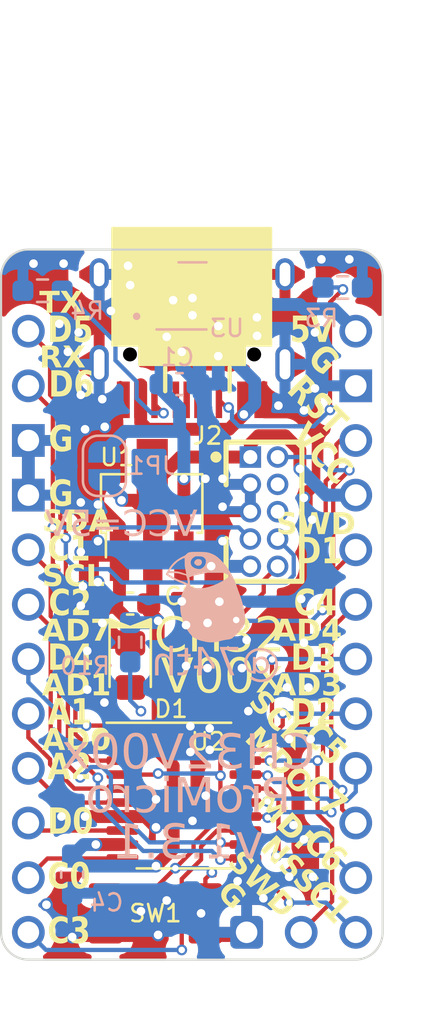
<source format=kicad_pcb>
(kicad_pcb (version 20241229) (generator "pcbnew") (generator_version "9.0")
  (title_block (rev "1.3.1"))
  (layers (0 "F.Cu" signal) (2 "B.Cu" signal) (13 "F.Paste" user) (15 "B.Paste" user) (5 "F.SilkS" user "F.Silkscreen") (7 "B.SilkS" user "B.Silkscreen") (1 "F.Mask" user) (3 "B.Mask" user) (25 "Edge.Cuts" user))
  (net 0 "")
  (net 1 "/RST")
  (net 2 "GND")
  (net 3 "+5V")
  (net 4 "Net-(D1-A)")
  (net 5 "Net-(J1-CC1)")
  (net 6 "Net-(J1-CC2)")
  (net 11 "/PC2")
  (net 12 "/PD6")
  (net 13 "/PD0")
  (net 14 "/PA1")
  (net 15 "/PC0")
  (net 16 "/PC3")
  (net 17 "/PC1")
  (net 18 "/PA2")
  (net 19 "/PD5")
  (net 20 "VCC")
  (net 21 "Net-(J1-VBUS)")
  (net 22 "/PD1")
  (net 25 "/PC5")
  (net 26 "/PC6")
  (net 27 "/PC7")
  (net 28 "/PD2")
  (net 29 "/PC4")
  (net 30 "/PD4")
  (net 31 "/PD3")
  (footprint "74th:Connector_USB-C-Receptacle_SMT_12-Pin_Simple" (layer "F.Cu") (at 106.68 63.5 180)
    (property "Reference" "J1" (hide yes))
    (property "Value" "USB2.0_C_v3")
  )
  (footprint "74th:PinOut_ProMicro-LIKE_LEFT" (layer "F.Cu") (at 99.06 80.01)
    (property "Reference" "J3" (hide yes))
    (property "Value" "ProMicro-LeftPin" (hide yes))
  )
  (footprint "74th:Package_TSSOP-20_4.4x6.5mm_P0.65mm" (layer "F.Cu") (at 106.3 87.625)
    (property "Reference" "U2")
    (property "Value" "CH32V003F4P6")
  )
  (footprint "74th:Connector_HalfPinHeader_SWD" (layer "F.Cu") (at 109.3925 71.89)
    (property "Reference" "J2")
    (property "Value" "SWD-MCU_Side-10Pin" (hide yes))
  )
  (footprint "74th:Capacitor_0603_1608" (layer "F.Cu") (at 103.9 78.7 180)
    (property "Reference" "C2")
    (property "Value" "10u" (hide yes))
  )
  (footprint "74th:LED_0805_2012" (layer "F.Cu") (at 103.8 81.575 -90)
    (property "Reference" "D1")
    (property "Value" "Blue" (hide yes))
  )
  (footprint "74th:PinOut_Pin_2_2GND" (layer "F.Cu") (at 111.76 93.98 180)
    (property "Reference" "J5" (hide yes))
    (property "Value" "SWD")
  )
  (footprint "74th:PinOut_ProMicro-LIKE_RIGHT" (layer "F.Cu") (at 114.3 81.28)
    (property "Reference" "J4" (hide yes))
    (property "Value" "ProMicro-RightPin" (hide yes))
  )
  (footprint "74th:Package_SOT-89-3" (layer "F.Cu") (at 104.8 74.05 90)
    (property "Reference" "U1")
    (property "Value" "AMS1117-3.3")
  )
  (footprint "74th:Switch_SKRPABE010" (layer "F.Cu") (at 104.975 93.1 180)
    (property "Reference" "SW1")
    (property "Value" "SW_Push" (hide yes))
  )
  (footprint "74th:Logo_74th_5mm" (layer "B.Cu") (at 107.434385 78.613075 180)
    (property "Reference" "G***" (hide yes))
    (property "Value" "LOGO" (hide yes))
  )
  (footprint "$74th:JLCJLCJLCJLC" (layer "B.Cu") (at 100.711 83.185 90)
    (property "Reference" "REF**" (hide yes))
    (property "Value" "JLCJLCJLCJLC" (hide yes))
  )
  (footprint "74th:Package_SOT-23" (layer "B.Cu") (at 106.7 64.4)
    (property "Reference" "U3")
    (property "Value" "CH213K")
  )
  (footprint "74th:Register_0603_1608" (layer "B.Cu") (at 99.7204 64.1604 180)
    (property "Reference" "R4")
    (property "Value" "5.1k" (hide yes))
  )
  (footprint "$74th:74th-text" (layer "B.Cu") (at 111.54 88.87 180)
    (property "Reference" "MISC-ACCOUNTTEXT" (hide yes))
    (property "Value" "74th-text" (hide yes))
  )
  (footprint "74th:Register_0603_1608" (layer "B.Cu") (at 113.6904 64.008)
    (property "Reference" "R3")
    (property "Value" "5.1k" (hide yes))
  )
  (footprint "74th:Register_0603_1608" (layer "B.Cu") (at 103.8 80.5 -90)
    (property "Reference" "R10")
    (property "Value" "10k" (hide yes))
  )
  (footprint "$74th:74th-text" (layer "B.Cu") (at 110.45 88.85 180)
    (property "Reference" "MISC-ACCOUNTTEXT" (hide yes))
    (property "Value" "74th-text" (hide yes))
  )
  (footprint "74th:Capacitor_0603_1608" (layer "B.Cu") (at 101.1 91.2 -90)
    (property "Reference" "C4")
    (property "Value" "100n" (hide yes))
  )
  (footprint "74th:Capacitor_0603_1608" (layer "B.Cu") (at 106 68.5)
    (property "Reference" "C1")
    (property "Value" "10u" (hide yes))
  )
  (footprint "74th:SolderJumper-2" (layer "B.Cu") (at 102.6 72.3 -90)
    (property "Reference" "JP1")
    (property "Value" "SolderJumper_2_Open")
  )
  (gr_line (start 114.281949 95.249999) (end 99.060001 95.249999) (stroke (width 0.1)) (layer "Edge.Cuts"))
  (gr_line (start 115.551949 63.518051) (end 115.551949 93.979999) (stroke (width 0.1)) (layer "Edge.Cuts"))
  (gr_line (start 99.060001 62.248051) (end 114.281949 62.248051) (stroke (width 0.1)) (layer "Edge.Cuts"))
  (gr_arc (start 114.281949 62.248051) (mid 115.179975 62.620025) (end 115.551949 63.518051) (stroke (width 0.1)) (layer "Edge.Cuts"))
  (gr_line (start 97.790001 93.979999) (end 97.790001 63.518051) (stroke (width 0.1)) (layer "Edge.Cuts"))
  (gr_arc (start 115.551949 93.979999) (mid 115.179975 94.878025) (end 114.281949 95.249999) (stroke (width 0.1)) (layer "Edge.Cuts"))
  (gr_arc (start 99.060001 95.249999) (mid 98.161975 94.878025) (end 97.790001 93.979999) (stroke (width 0.1)) (layer "Edge.Cuts"))
  (gr_arc (start 97.790001 63.518051) (mid 98.161975 62.620025) (end 99.060001 62.248051) (stroke (width 0.1)) (layer "Edge.Cuts"))
  (gr_text "D5" (at 99.949 66.04 0) (layer "F.SilkS") (effects (font (size 1.2 1) (thickness 0.125)) (justify left)))
  (gr_text "D4" (at 99.949 81.28 0) (layer "F.SilkS") (effects (font (size 1.2 1) (thickness 0.125)) (justify left)))
  (gr_text "C6" (at 113.538 90.932 315) (layer "F.SilkS") (effects (font (size 1.2 1) (thickness 0.125)) (justify right)))
  (gr_text "AD3" (at 113.665 82.55 0) (layer "F.SilkS") (effects (font (size 1 1) (thickness 0.125)) (justify right)))
  (gr_text "AD0" (at 99.695 85.09 0) (layer "F.SilkS") (effects (font (size 1 1) (thickness 0.125)) (justify left)))
  (gr_text "D0" (at 99.949 88.9 0) (layer "F.SilkS") (effects (font (size 1.2 1) (thickness 0.125)) (justify left)))
  (gr_text "C1" (at 113 92.6 315) (layer "F.SilkS") (effects (font (size 1.2 1) (thickness 0.125))))
  (gr_text "D2" (at 113.411 83.82 0) (layer "F.SilkS") (effects (font (size 1.2 1) (thickness 0.125)) (justify right)))
  (gr_text "SDA" (at 99.695 74.93 0) (layer "F.SilkS") (effects (font (size 1 1) (thickness 0.125)) (justify left)))
  (gr_text "SCL" (at 99.695 77.47 0) (layer "F.SilkS") (effects (font (size 1 1) (thickness 0.125)) (justify left)))
  (gr_text "RX" (at 99.568 67.31 0) (layer "F.SilkS") (effects (font (size 1 1) (thickness 0.125)) (justify left)))
  (gr_text "G" (at 100 71.12 0) (layer "F.SilkS") (effects (font (size 1.2 1) (thickness 0.125)) (justify left)))
  (gr_text "CH32" (at 107.95 80.264 0) (layer "F.SilkS") (effects (font (size 1.6 1.6) (thickness 0.125))))
  (gr_text "C1" (at 99.949 76.2 0) (layer "F.SilkS") (effects (font (size 1.2 1) (thickness 0.125)) (justify left)))
  (gr_text "A1" (at 99.949 83.82 0) (layer "F.SilkS") (effects (font (size 1.2 1) (thickness 0.125)) (justify left)))
  (gr_text "C0" (at 99.949 91.44 0) (layer "F.SilkS") (effects (font (size 1.2 1) (thickness 0.125)) (justify left)))
  (gr_text "NSS" (at 112.3 92 315) (layer "F.SilkS") (effects (font (size 1 1) (thickness 0.125)) (justify right)))
  (gr_text "D1" (at 113.665 76.327 0) (layer "F.SilkS") (effects (font (size 1.2 1) (thickness 0.125)) (justify right)))
  (gr_text "C7" (at 113.538 88.392 315) (layer "F.SilkS") (effects (font (size 1.2 1) (thickness 0.125)) (justify right)))
  (gr_text "5V" (at 113.284 66.04 0) (layer "F.SilkS") (effects (font (size 1.2 1) (thickness 0.125)) (justify right)))
  (gr_text "D6" (at 100 68.58 0) (layer "F.SilkS") (effects (font (size 1.2 1) (thickness 0.125)) (justify left)))
  (gr_text "AD1" (at 99.695 82.55 0) (layer "F.SilkS") (effects (font (size 1 1) (thickness 0.125)) (justify left)))
  (gr_text "C2" (at 100 78.74 0) (layer "F.SilkS") (effects (font (size 1.2 1) (thickness 0.125)) (justify left)))
  (gr_text "SCK" (at 111.76 85.217 315) (layer "F.SilkS") (effects (font (size 1 1) (thickness 0.125)) (justify right)))
  (gr_text "VCC" (at 113.792 72.898 315) (layer "F.SilkS") (effects (font (size 1.2 1) (thickness 0.125)) (justify right)))
  (gr_text "A2" (at 99.949 86.36 0) (layer "F.SilkS") (effects (font (size 1.2 1) (thickness 0.125)) (justify left)))
  (gr_text "TX" (at 99.568 64.77 0) (layer "F.SilkS") (effects (font (size 1 1) (thickness 0.125)) (justify left)))
  (gr_text "RST" (at 113.538 70.612 315) (layer "F.SilkS") (effects (font (size 1.2 1) (thickness 0.125)) (justify right)))
  (gr_text "C5" (at 113.538 85.979 315) (layer "F.SilkS") (effects (font (size 1.2 1) (thickness 0.125)) (justify right)))
  (gr_text "SWD" (at 111.2 93.1 315) (layer "F.SilkS") (effects (font (size 1 1) (thickness 0.125)) (justify right)))
  (gr_text "G" (at 113.157 67.818 315) (layer "F.SilkS") (effects (font (size 1.2 1) (thickness 0.125)) (justify right)))
  (gr_text "MDO" (at 112.014 87.376 315) (layer "F.SilkS") (effects (font (size 1 1) (thickness 0.125)) (justify right)))
  (gr_text "AD7" (at 99.695 80.01 0) (layer "F.SilkS") (effects (font (size 1 1) (thickness 0.125)) (justify left)))
  (gr_text "G" (at 100 73.66 0) (layer "F.SilkS") (effects (font (size 1.2 1) (thickness 0.125)) (justify left)))
  (gr_text "MDI" (at 112.014 89.916 315) (layer "F.SilkS") (effects (font (size 1 1) (thickness 0.125)) (justify right)))
  (gr_text "AD4" (at 113.665 80.01 0) (layer "F.SilkS") (effects (font (size 1 1) (thickness 0.125)) (justify right)))
  (gr_text "C3" (at 99.949 93.98 0) (layer "F.SilkS") (effects (font (size 1.2 1) (thickness 0.125)) (justify left)))
  (gr_text "G" (at 108.9 92.7 315) (layer "F.SilkS") (effects (font (size 1 1) (thickness 0.125)) (justify right)))
  (gr_text "C4" (at 113.411 78.74 0) (layer "F.SilkS") (effects (font (size 1.2 1) (thickness 0.125)) (justify right)))
  (gr_text "D3" (at 113.411 81.28 0) (layer "F.SilkS") (effects (font (size 1.2 1) (thickness 0.125)) (justify right)))
  (gr_text "V00x" (at 108.077 82.169 0) (layer "F.SilkS") (effects (font (size 1.6 1.6) (thickness 0.125))))
  (gr_text "SWD" (at 114.3 75.057 0) (layer "F.SilkS") (effects (font (size 1 1) (thickness 0.125)) (justify right)))
  (gr_text "CH32V00x" (at 106.5 85.7 0) (layer "B.SilkS") (effects (font (size 1.6 1.6) (thickness 0.125)) (justify mirror)))
  (gr_text "ProMicro" (at 106.5 87.732 0) (layer "B.SilkS") (effects (font (size 1.6 1.6) (thickness 0.125)) (justify mirror)))
  (gr_text "v${REVISION}" (at 106.501 89.886 0) (layer "B.SilkS") (effects (font (size 1.6 1.6) (thickness 0.125)) (justify mirror)))
  (gr_text "VCC=5V" (at 103.378 75.057 0) (layer "B.SilkS") (effects (font (size 1.2 1.2) (thickness 0.125)) (justify mirror)))
  (segment (start 113.4 72.507107) (end 113.4 71.3) (width 0.2) (layer "F.Cu") (net 1))
  (segment (start 112.9 73.007107) (end 113.4 72.507107) (width 0.2) (layer "F.Cu") (net 1))
  (segment (start 108 86.7) (end 108 88.597918) (width 0.2) (layer "F.Cu") (net 1))
  (segment (start 108 85.777818) (end 108 86.7) (width 0.2) (layer "F.Cu") (net 1))
  (segment (start 107.3 92.025) (end 107.3 91.5) (width 0.2) (layer "F.Cu") (net 1))
  (segment (start 113.58 71.12) (end 114.3 71.12) (width 0.2) (layer "F.Cu") (net 1))
  (segment (start 110.01625 77.61625) (end 110.6625 76.97) (width 0.2) (layer "F.Cu") (net 1))
  (segment (start 108.1 85.677818) (end 108 85.777818) (width 0.2) (layer "F.Cu") (net 1))
  (segment (start 102.65 92.025) (end 104.875 92.025) (width 0.2) (layer "F.Cu") (net 1))
  (segment (start 105.1 86.6) (end 105.05 86.65) (width 0.2) (layer "F.Cu") (net 1))
  (segment (start 107.725 91.325) (end 107.6 91.2) (width 0.2) (layer "F.Cu") (net 1))
  (segment (start 112.9 78.85) (end 112.9 73.007107) (width 0.2) (layer "F.Cu") (net 1))
  (segment (start 110.01625 78.18375) (end 110.01625 77.61625) (width 0.2) (layer "F.Cu") (net 1))
  (segment (start 107.3 91.5) (end 107.6 91.2) (width 0.2) (layer "F.Cu") (net 1))
  (segment (start 108 88.597918) (end 106.75 89.847918) (width 0.2) (layer "F.Cu") (net 1))
  (segment (start 106.75 90.15) (end 105.9 91) (width 0.2) (layer "F.Cu") (net 1))
  (segment (start 108.1 80.1) (end 108.1 85.677818) (width 0.2) (layer "F.Cu") (net 1))
  (segment (start 106.75 89.847918) (end 106.75 90.15) (width 0.2) (layer "F.Cu") (net 1))
  (segment (start 104.875 92.025) (end 105.9 91) (width 0.2) (layer "F.Cu") (net 1))
  (segment (start 105.05 86.65) (end 103.4375 86.65) (width 0.2) (layer "F.Cu") (net 1))
  (segment (start 112.75 79) (end 112.9 78.85) (width 0.2) (layer "F.Cu") (net 1))
  (segment (start 108.735919 79.464081) (end 108.1 80.1) (width 0.2) (layer "F.Cu") (net 1))
  (segment (start 108.735919 79.464081) (end 110.01625 78.18375) (width 0.2) (layer "F.Cu") (net 1))
  (segment (start 113.4 71.3) (end 113.58 71.12) (width 0.2) (layer "F.Cu") (net 1))
  (via (at 108.735919 79.464081) (size 0.5) (drill 0.3) (layers "F.Cu" "B.Cu") (net 1))
  (via (at 107.6 91.2) (size 0.5) (drill 0.3) (layers "F.Cu" "B.Cu") (net 1))
  (via (at 105.1 86.6) (size 0.5) (drill 0.3) (layers "F.Cu" "B.Cu") (net 1))
  (via (at 112.75 79) (size 0.5) (drill 0.3) (layers "F.Cu" "B.Cu") (net 1))
  (via (at 105.9 91) (size 0.5) (drill 0.3) (layers "F.Cu" "B.Cu") (net 1))
  (via (at 108 86.7) (size 0.5) (drill 0.3) (layers "F.Cu" "B.Cu") (net 1))
  (segment (start 112.248 79.502) (end 112.75 79) (width 0.2) (layer "B.Cu") (net 1))
  (segment (start 108.735919 79.464081) (end 108.773838 79.502) (width 0.2) (layer "B.Cu") (net 1))
  (segment (start 107.9 86.6) (end 105.1 86.6) (width 0.2) (layer "B.Cu") (net 1))
  (segment (start 108.773838 79.502) (end 112.248 79.502) (width 0.2) (layer "B.Cu") (net 1))
  (segment (start 105.9 91) (end 107.4 91) (width 0.2) (layer "B.Cu") (net 1))
  (segment (start 108 86.7) (end 107.9 86.6) (width 0.2) (layer "B.Cu") (net 1))
  (segment (start 107.4 91) (end 107.6 91.2) (width 0.2) (layer "B.Cu") (net 1))
  (segment (start 104.305588 88.6) (end 103.4375 88.6) (width 0.6) (layer "F.Cu") (net 2))
  (segment (start 102.5 79.6) (end 102.3 79.6) (width 0.6) (layer "F.Cu") (net 2))
  (segment (start 101.7 88.6) (end 100.6 88.6) (width 0.6) (layer "F.Cu") (net 2))
  (segment (start 103.8 80.25) (end 103.8 79.4625) (width 0.6) (layer "F.Cu") (net 2))
  (segment (start 103.55 80.5) (end 103.8 80.25) (width 0.6) (layer "F.Cu") (net 2))
  (segment (start 103.3 78.3375) (end 102.9375 78.7) (width 0.6) (layer "F.Cu") (net 2))
  (segment (start 103.4375 88.6) (end 104.5 88.6) (width 0.6) (layer "F.Cu") (net 2))
  (segment (start 103 76.5) (end 103.3 76.5) (width 0.6) (layer "F.Cu") (net 2))
  (segment (start 102.3 79.6) (end 101.5 78.8) (width 0.6) (layer "F.Cu") (net 2))
  (segment (start 103.3 76.5) (end 103.3 75.1) (width 0.6) (layer "F.Cu") (net 2))
  (segment (start 112.4 68.7) (end 112.4 66.1) (width 0.6) (layer "F.Cu") (net 2))
  (segment (start 102.5 83.2) (end 102.6 83.3) (width 0.6) (layer "F.Cu") (net 2))
  (segment (start 103.15 80.25) (end 102.5 79.6) (width 0.6) (layer "F.Cu") (net 2))
  (segment (start 111.887 73.787) (end 112.45 73.224) (width 0.4) (layer "F.Cu") (net 2))
  (segment (start 103.8 79.4625) (end 103.7 79.4625) (width 0.6) (layer "F.Cu") (net 2))
  (segment (start 100.9 68.4) (end 101.5 69) (width 0.6) (layer "F.Cu") (net 2))
  (segment (start 103.8 80.25) (end 103.15 80.25) (width 0.6) (layer "F.Cu") (net 2))
  (segment (start 100.9 67) (end 100.9 68.4) (width 0.6) (layer "F.Cu") (net 2))
  (segment (start 103.3 76.5) (end 103.3 78.3375) (width 0.6) (layer "F.Cu") (net 2))
  (segment (start 112.45 68.75) (end 112.4 68.7) (width 0.4) (layer "F.Cu") (net 2))
  (segment (start 112.45 73.224) (end 112.45 68.75) (width 0.4) (layer "F.Cu") (net 2))
  (segment (start 105 87.905588) (end 104.305588 88.6) (width 0.6) (layer "F.Cu") (net 2))
  (segment (start 103.3 75.1) (end 102.3 74.1) (width 0.6) (layer "F.Cu") (net 2))
  (segment (start 103.4375 88.6) (end 101.7 88.6) (width 0.6) (layer "F.Cu") (net 2))
  (segment (start 102.5 79.6) (end 102.5 83.2) (width 0.6) (layer "F.Cu") (net 2))
  (segment (start 102.5 79.1375) (end 102.9375 78.7) (width 0.6) (layer "F.Cu") (net 2))
  (segment (start 102.5 79.6) (end 102.5 79.1375) (width 0.6) (layer "F.Cu") (net 2))
  (segment (start 104.5 88.6) (end 105 89.1) (width 0.6) (layer "F.Cu") (net 2))
  (segment (start 103.7 79.4625) (end 102.9375 78.7) (width 0.6) (layer "F.Cu") (net 2))
  (via (at 108.8 91.6) (size 0.6) (drill 0.4) (layers "F.Cu" "B.Cu") (net 2))
  (via (at 112.2 85) (size 0.6) (drill 0.4) (layers "F.Cu" "B.Cu") (net 2))
  (via (at 102.3 74.1) (size 0.6) (drill 0.4) (layers "F.Cu" "B.Cu") (net 2))
  (via (at 107.5 85.5) (size 0.6) (drill 0.4) (layers "F.Cu" "B.Cu") (net 2))
  (via (at 106.7 65.3) (size 0.6) (drill 0.4) (layers "F.Cu" "B.Cu") (net 2))
  (via (at 100.9 67) (size 0.6) (drill 0.4) (layers "F.Cu" "B.Cu") (net 2))
  (via (at 109 81.7) (size 0.6) (drill 0.4) (layers "F.Cu" "B.Cu") (net 2))
  (via (at 109.3 83.7) (size 0.6) (drill 0.4) (layers "F.Cu" "B.Cu") (net 2))
  (via (at 109.22 80.391) (size 0.6) (drill 0.4) (layers "F.Cu" "B.Cu") (net 2))
  (via (at 106.4 81.6) (size 0.6) (drill 0.4) (layers "F.Cu" "B.Cu") (net 2))
  (via (at 101.1 94.2) (size 0.6) (drill 0.4) (layers "F.Cu" "B.Cu") (net 2))
  (via (at 105 89.1) (size 0.6) (drill 0.4) (layers "F.Cu" "B.Cu") (net 2))
  (via (at 105.5 66.3) (size 0.6) (drill 0.4) (layers "F.Cu" "B.Cu") (net 2))
  (via (at 107.569 76.962) (size 0.6) (drill 0.4) (layers "F.Cu" "B.Cu") (net 2))
  (via (at 111.887 69.723) (size 0.6) (drill 0.4) (layers "F.Cu" "B.Cu") (net 2))
  (via (at 110.7 69.5) (size 0.6) (drill 0.4) (layers "F.Cu" "B.Cu") (net 2))
  (via (at 102.3 77.7) (size 0.6) (drill 0.4) (layers "F.Cu" "B.Cu") (net 2))
  (via (at 105.1 94.1) (size 0.6) (drill 0.4) (layers "F.Cu" "B.Cu") (net 2))
  (via (at 101.5 78.8) (size 0.6) (drill 0.4) (layers "F.Cu" "B.Cu") (net 2))
  (via (at 108.1 75.8) (size 0.6) (drill 0.4) (layers "F.Cu" "B.Cu") (net 2))
  (via (at 105.5 92.5) (size 0.6) (drill 0.4) (layers "F.Cu" "B.Cu") (net 2))
  (via (at 106.2 78.6) (size 0.6) (drill 0.4) (layers "F.Cu" "B.Cu") (net 2))
  (via (at 102.5 79.6) (size 0.6) (drill 0.4) (layers "F.Cu" "B.Cu") (net 2))
  (via (at 101.5 74) (size 0.6) (drill 0.4) (layers "F.Cu" "B.Cu") (net 2))
  (via (at 101.8 80.9) (size 0.6) (drill 0.4) (layers "F.Cu" "B.Cu") (net 2))
  (via (at 112.7 62.7) (size 0.6) (drill 0.4) (layers "F.Cu" "B.Cu") (net 2))
  (via (at 111.4 89) (size 0.6) (drill 0.4) (layers "F.Cu" "B.Cu") (net 2))
  (via (at 102.616 70.485) (size 0.6) (drill 0.4) (layers "F.Cu" "B.Cu") (net 2))
  (via (at 111.887 89.662) (size 0.6) (drill 0.4) (layers "F.Cu" "B.Cu") (net 2))
  (via (at 101.7 88.6) (size 0.6) (drill 0.4) (layers "F.Cu" "B.Cu") (net 2))
  (via (at 99.9 92.7) (size 0.6) (drill 0.4) (layers "F.Cu" "B.Cu") (net 2))
  (via (at 103.7 63) (size 0.6) (drill 0.4) (layers "F.Cu" "B.Cu") (net 2))
  (via (at 111.2 91.4) (size 0.6) (drill 0.4) (layers "F.Cu" "B.Cu") (net 2))
  (via (at 106.4 79.7) (size 0.6) (drill 0.4) (layers "F.Cu" "B.Cu") (net 2))
  (via (at 100.7 62.9) (size 0.6) (drill 0.4) (layers "F.Cu" "B.Cu") (net 2))
  (via (at 107.4 81.7) (size 0.6) (drill 0.4) (layers "F.Cu" "B.Cu") (net 2))
  (via (at 101.5 76.3) (size 0.6) (drill 0.4) (layers "F.Cu" "B.Cu") (net 2))
  (via (at 112.1 82.6) (size 0.6) (drill 0.4) (layers "F.Cu" "B.Cu") (net 2))
  (via (at 101.6 77.9) (size 0.6) (drill 0.4) (layers "F.Cu" "B.Cu") (net 2))
  (via (at 105.8 64.6) (size 0.6) (drill 0.4) (layers "F.Cu" "B.Cu") (net 2))
  (via (at 99.3 62.9) (size 0.6) (drill 0.4) (layers "F.Cu" "B.Cu") (net 2))
  (via (at 107.3 72.9) (size 0.6) (drill 0.4) (layers "F.Cu" "B.Cu") (net 2))
  (via (at 104.3 93) (size 0.6) (drill 0.4) (layers "F.Cu" "B.Cu") (net 2))
  (via (at 111.887 73.787) (size 0.6) (drill 0.4) (layers "F.Cu" "B.Cu") (net 2))
  (via (at 101.5 69) (size 0.6) (drill 0.4) (layers "F.Cu" "B.Cu") (net 2))
  (via (at 105 87.8) (size 0.6) (drill 0.4) (layers "F.Cu" "B.Cu") (net 2))
  (via (at 100.6 88.6) (size 0.6) (drill 0.4) (layers "F.Cu" "B.Cu") (net 2))
  (via (at 106.7 64.5) (size 0.6) (drill 0.4) (layers "F.Cu" "B.Cu") (net 2))
  (via (at 101.4 66.1) (size 0.6) (drill 0.4) (layers "F.Cu" "B.Cu") (net 2))
  (via (at 107.315 87.63) (size 0.6) (drill 0.4) (layers "F.Cu" "B.Cu") (net 2))
  (via (at 106.2 67) (size 0.6) (drill 0.4) (layers "F.Cu" "B.Cu") (net 2))
  (via (at 106.7 88.8) (size 0.6) (drill 0.4) (layers "F.Cu" "B.Cu") (net 2))
  (via (at 102.5 69.2) (size 0.6) (drill 0.4) (layers "F.Cu" "B.Cu") (net 2))
  (via (at 106.6 84.4) (size 0.6) (drill 0.4) (layers "F.Cu" "B.Cu") (net 2))
  (via (at 111.76 78.486) (size 0.6) (drill 0.4) (layers "F.Cu" "B.Cu") (net 2))
  (via (at 102.9 65.1) (size 0.6) (drill 0.4) (layers "F.Cu" "B.Cu") (net 2))
  (via (at 107.4 79.6) (size 0.6) (drill 0.4) (layers "F.Cu" "B.Cu") (net 2))
  (via (at 101.8 82.7) (size 0.6) (drill 0.4) (layers "F.Cu" "B.Cu") (net 2))
  (via (at 110 92.4) (size 0.6) (drill 0.4) (layers "F.Cu" "B.Cu") (net 2))
  (via (at 107.9 65.8) (size 0.6) (drill 0.4) (layers "F.Cu" "B.Cu") (net 2))
  (via (at 109.7 65.4) (size 0.6) (drill 0.4) (layers "F.Cu" "B.Cu") (net 2))
  (via (at 111.1 82.6) (size 0.6) (drill 0.4) (layers "F.Cu" "B.Cu") (net 2))
  (via (at 106.6 85.6) (size 0.6) (drill 0.4) (layers "F.Cu" "B.Cu") (net 2))
  (via (at 107.5 84.5) (size 0.6) (drill 0.4) (layers "F.Cu" "B.Cu") (net 2))
  (via (at 112.4 66.1) (size 0.6) (drill 0.4) (layers "F.Cu" "B.Cu") (net 2))
  (via (at 111.2 85) (size 0.6) (drill 0.4) (layers "F.Cu" "B.Cu") (net 2))
  (via (at 107.95 78.613) (size 0.6) (drill 0.4) (layers "F.Cu" "B.Cu") (net 2))
  (via (at 109.707009 66.255792) (size 0.6) (drill 0.4) (layers "F.Cu" "B.Cu") (net 2))
  (via (at 107.1 93.1) (size 0.6) (drill 0.4) (layers "F.Cu" "B.Cu") (net 2))
  (via (at 100.5 65.7) (size 0.6) (drill 0.4) (layers "F.Cu" "B.Cu") (net 2))
  (via (at 101.7 70.6) (size 0.6) (drill 0.4) (layers "F.Cu" "B.Cu") (net 2))
  (via (at 112.4 68.7) (size 0.6) (drill 0.4) (layers "F.Cu" "B.Cu") (net 2))
  (via (at 103.8 63.9) (size 0.6) (drill 0.4) (layers "F.Cu" "B.Cu") (net 2))
  (via (at 112.268 74.803) (size 0.6) (drill 0.4) (layers "F.Cu" "B.Cu") (net 2))
  (via (at 112.3 91.4) (size 0.6) (drill 0.4) (layers "F.Cu" "B.Cu") (net 2))
  (via (at 114 62.7) (size 0.6) (drill 0.4) (layers "F.Cu" "B.Cu") (net 2))
  (via (at 102.6 83.3) (size 0.6) (drill 0.4) (layers "F.Cu" "B.Cu") (net 2))
  (via (at 108.1 72.9) (size 0.6) (drill 0.4) (layers "F.Cu" "B.Cu") (net 2))
  (via (at 102.3 75.8) (size 0.6) (drill 0.4) (layers "F.Cu" "B.Cu") (net 2))
  (via (at 107.9 67.2) (size 0.6) (drill 0.4) (layers "F.Cu" "B.Cu") (net 2))
  (via (at 108.1 74.2) (size 0.6) (drill 0.4) (layers "F.Cu" "B.Cu") (net 2))
  (via (at 111.887 80.518) (size 0.6) (drill 0.4) (layers "F.Cu" "B.Cu") (net 2))
  (segment (start 107.3 68.7625) (end 107.0375 68.5) (width 0.6) (layer "B.Cu") (net 2))
  (segment (start 106.2 67.7) (end 106.2 67) (width 0.6) (layer "B.Cu") (net 2))
  (segment (start 107 68.5) (end 106.2 67.7) (width 0.6) (layer "B.Cu") (net 2))
  (segment (start 107.9 68.4) (end 107.8 68.5) (width 0.6) (layer "B.Cu") (net 2))
  (segment (start 108.1 76.431) (end 108.1 75.8) (width 0.6) (layer "B.Cu") (net 2))
  (segment (start 102.6 83.3) (end 103.7 84.4) (width 0.6) (layer "B.Cu") (net 2))
  (segment (start 105.5625 65.35) (end 106.65 65.35) (width 0.6) (layer "B.Cu") (net 2))
  (segment (start 107.0375 65.7375) (end 106.65 65.35) (width 0.6) (layer "B.Cu") (net 2))
  (segment (start 106.65 65.35) (end 106.7 65.3) (width 0.6) (layer "B.Cu") (net 2))
  (segment (start 99.06 73.66) (end 99.06 71.12) (width 0.6) (layer "B.Cu") (net 2))
  (segment (start 107.0375 68.5) (end 107.0375 65.7375) (width 0.6) (layer "B.Cu") (net 2))
  (segment (start 106.7 64.5) (end 106.7 65.3) (width 0.6) (layer "B.Cu") (net 2))
  (segment (start 107.9 67.2) (end 107.9 68.4) (width 0.6) (layer "B.Cu") (net 2))
  (segment (start 106.9625 68.5) (end 107.8 68.5) (width 0.6) (layer "B.Cu") (net 2))
  (segment (start 105.9 64.5) (end 106.7 64.5) (width 0.6) (layer "B.Cu") (net 2))
  (segment (start 107.0375 68.5) (end 107 68.5) (width 0.6) (layer "B.Cu") (net 2))
  (segment (start 107.569 76.962) (end 107.577 76.97) (width 0.6) (layer "B.Cu") (net 2))
  (segment (start 103.7 84.4) (end 106.6 84.4) (width 0.6) (layer "B.Cu") (net 2))
  (segment (start 105.5 65.5375) (end 105.3125 65.35) (width 0.6) (layer "B.Cu") (net 2))
  (segment (start 107.577 76.97) (end 109.3925 76.97) (width 0.6) (layer "B.Cu") (net 2))
  (segment (start 105.8 64.6) (end 105.9 64.5) (width 0.6) (layer "B.Cu") (net 2))
  (segment (start 105.5625 65.35) (end 105.5625 64.8375) (width 0.6) (layer "B.Cu") (net 2))
  (segment (start 107.569 76.962) (end 108.1 76.431) (width 0.6) (layer "B.Cu") (net 2))
  (segment (start 105.5625 64.8375) (end 105.8 64.6) (width 0.6) (layer "B.Cu") (net 2))
  (segment (start 105.5 66.3) (end 105.5 65.5375) (width 0.6) (layer "B.Cu") (net 2))
  (segment (start 107.3 72.9) (end 107.3 68.7625) (width 0.6) (layer "B.Cu") (net 2))
  (segment (start 106.3 72.9) (end 106.3 75.1875) (width 0.6) (layer "F.Cu") (net 3))
  (via (at 106.3 72.9) (size 0.6) (drill 0.4) (layers "F.Cu" "B.Cu") (net 3))
  (segment (start 106.1 70.7) (end 103.55 70.7) (width 0.6) (layer "B.Cu") (net 3))
  (segment (start 111.685522 64.8) (end 111.885522 65) (width 0.6) (layer "B.Cu") (net 3))
  (segment (start 106.3 72.9) (end 106.3 70.9) (width 0.6) (layer "B.Cu") (net 3))
  (segment (start 105.2375 67.3) (end 105.2375 68.5) (width 0.6) (layer "B.Cu") (net 3))
  (segment (start 106.1 69.61005) (end 106.1 70.7) (width 0.6) (layer "B.Cu") (net 3))
  (segment (start 105.5625 63.45) (end 108.95 63.45) (width 0.6) (layer "B.Cu") (net 3))
  (segment (start 103.55 70.7) (end 102.6 71.65) (width 0.6) (layer "B.Cu") (net 3))
  (segment (start 103.95 64.8125) (end 103.95 66.0125) (width 0.6) (layer "B.Cu") (net 3))
  (segment (start 106.3 70.9) (end 106.1 70.7) (width 0.6) (layer "B.Cu") (net 3))
  (segment (start 105.2375 68.74755) (end 106.1 69.61005) (width 0.6) (layer "B.Cu") (net 3))
  (segment (start 113.26 65) (end 114.3 66.04) (width 0.6) (layer "B.Cu") (net 3))
  (segment (start 103.95 66.0125) (end 105.2375 67.3) (width 0.6) (layer "B.Cu") (net 3))
  (segment (start 110.3 64.8) (end 111.685522 64.8) (width 0.6) (layer "B.Cu") (net 3))
  (segment (start 108.95 63.45) (end 110.3 64.8) (width 0.6) (layer "B.Cu") (net 3))
  (segment (start 105.3125 63.45) (end 103.95 64.8125) (width 0.6) (layer "B.Cu") (net 3))
  (segment (start 111.885522 65) (end 113.26 65) (width 0.6) (layer "B.Cu") (net 3))
  (segment (start 105.2375 68.5) (end 105.2375 68.74755) (width 0.6) (layer "B.Cu") (net 3))
  (segment (start 103.8 83.2) (end 104.3 83.7) (width 0.2) (layer "F.Cu") (net 4))
  (segment (start 103.8 82.6) (end 103.8 83.2) (width 0.2) (layer "F.Cu") (net 4))
  (via (at 104.3 83.7) (size 0.5) (drill 0.3) (layers "F.Cu" "B.Cu") (net 4))
  (segment (start 104.3 83.7) (end 103.8 83.2) (width 0.2) (layer "B.Cu") (net 4))
  (segment (start 103.8 83.2) (end 103.8 81.4125) (width 0.2) (layer "B.Cu") (net 4))
  (segment (start 108.379998 69.583515) (end 108.283515 69.583515) (width 0.2) (layer "F.Cu") (net 5))
  (segment (start 113.7 64.1) (end 113.1 64.7) (width 0.2) (layer "F.Cu") (net 5))
  (segment (start 113.1 64.7) (end 113.1 69.7) (width 0.2) (layer "F.Cu") (net 5))
  (segment (start 108.283515 69.583515) (end 107.93 69.23) (width 0.2) (layer "F.Cu") (net 5))
  (via (at 113.7 64.1) (size 0.5) (drill 0.3) (layers "F.Cu" "B.Cu") (net 5))
  (via (at 108.379998 69.583515) (size 0.5) (drill 0.3) (layers "F.Cu" "B.Cu") (net 5))
  (via (at 113.1 69.7) (size 0.5) (drill 0.3) (layers "F.Cu" "B.Cu") (net 5))
  (segment (start 108.379998 69.583515) (end 108.54 69.743517) (width 0.2) (layer "B.Cu") (net 5))
  (segment (start 113.608 64.008) (end 112.7779 64.008) (width 0.2) (layer "B.Cu") (net 5))
  (segment (start 111.7 70.46) (end 112.34 70.46) (width 0.2) (layer "B.Cu") (net 5))
  (segment (start 111.7 70.46) (end 108.862182 70.46) (width 0.2) (layer "B.Cu") (net 5))
  (segment (start 108.862182 70.46) (end 108.751091 70.348909) (width 0.2) (layer "B.Cu") (net 5))
  (segment (start 108.54 70.137817) (end 108.751091 70.348909) (width 0.2) (layer "B.Cu") (net 5))
  (segment (start 112.34 70.46) (end 113.1 69.7) (width 0.2) (layer "B.Cu") (net 5))
  (segment (start 113.7 64.1) (end 113.608 64.008) (width 0.2) (layer "B.Cu") (net 5))
  (segment (start 111.4 70.46) (end 111.7 70.46) (width 0.2) (layer "B.Cu") (net 5))
  (segment (start 108.54 69.743517) (end 108.54 70.137817) (width 0.2) (layer "B.Cu") (net 5))
  (segment (start 111.64 70.46) (end 111.4 70.46) (width 0.2) (layer "B.Cu") (net 5))
  (segment (start 105.35 69.85) (end 104.94 69.44) (width 0.2) (layer "F.Cu") (net 6))
  (via (at 105.35 69.85) (size 0.5) (drill 0.3) (layers "F.Cu" "B.Cu") (net 6))
  (segment (start 100.6329 64.1604) (end 100.7204 64.1604) (width 0.2) (layer "B.Cu") (net 6))
  (segment (start 103.115 67.399594) (end 104.1 68.384594) (width 0.2) (layer "B.Cu") (net 6))
  (segment (start 103.115 66.555) (end 103.115 67.399594) (width 0.2) (layer "B.Cu") (net 6))
  (segment (start 100.7204 64.1604) (end 103.115 66.555) (width 0.2) (layer "B.Cu") (net 6))
  (segment (start 104.785966 69.85) (end 105.35 69.85) (width 0.2) (layer "B.Cu") (net 6))
  (segment (start 104.1 68.384594) (end 104.1 69.164034) (width 0.2) (layer "B.Cu") (net 6))
  (segment (start 104.1 69.164034) (end 104.785966 69.85) (width 0.2) (layer "B.Cu") (net 6))
  (segment (start 108.1 89.9) (end 108 89.8) (width 0.2) (layer "F.Cu") (net 11))
  (segment (start 109.1625 89.9) (end 108.1 89.9) (width 0.2) (layer "F.Cu") (net 11))
  (segment (start 101.472437 86.779545) (end 100.1 85.407108) (width 0.2) (layer "F.Cu") (net 11))
  (segment (start 100.1 79.78) (end 99.06 78.74) (width 0.2) (layer "F.Cu") (net 11))
  (segment (start 100.1 85.407108) (end 100.1 79.78) (width 0.2) (layer "F.Cu") (net 11))
  (via (at 108 89.8) (size 0.5) (drill 0.3) (layers "F.Cu" "B.Cu") (net 11))
  (via (at 101.472437 86.779545) (size 0.5) (drill 0.3) (layers "F.Cu" "B.Cu") (net 11))
  (segment (start 102.9 86.7) (end 102.9 88) (width 0.2) (layer "B.Cu") (net 11))
  (segment (start 102.5 86.3) (end 102.9 86.7) (width 0.2) (layer "B.Cu") (net 11))
  (segment (start 102.9 88) (end 104.7 89.8) (width 0.2) (layer "B.Cu") (net 11))
  (segment (start 101.472437 86.779545) (end 101.951982 86.3) (width 0.2) (layer "B.Cu") (net 11))
  (segment (start 104.7 89.8) (end 108 89.8) (width 0.2) (layer "B.Cu") (net 11))
  (segment (start 101.951982 86.3) (end 102.5 86.3) (width 0.2) (layer "B.Cu") (net 11))
  (segment (start 101.987867 86) (end 100.9 84.912133) (width 0.2) (layer "F.Cu") (net 12))
  (segment (start 100.2 76.845025) (end 100.2 69.72) (width 0.2) (layer "F.Cu") (net 12))
  (segment (start 100.9 79.590052) (end 100.454974 79.145026) (width 0.2) (layer "F.Cu") (net 12))
  (segment (start 100.9 84.912133) (end 100.9 79.590052) (width 0.2) (layer "F.Cu") (net 12))
  (segment (start 100.2 69.72) (end 99.06 68.58) (width 0.2) (layer "F.Cu") (net 12))
  (segment (start 100.454974 79.145026) (end 100.454974 77.099999) (width 0.2) (layer "F.Cu") (net 12))
  (segment (start 100.454974 77.099999) (end 100.2 76.845025) (width 0.2) (layer "F.Cu") (net 12))
  (segment (start 103.4375 86) (end 101.987867 86) (width 0.2) (layer "F.Cu") (net 12))
  (via (at 100.2 75.16) (size 0.5) (drill 0.3) (layers "F.Cu" "B.Cu") (net 12))
  (segment (start 108.8525 75.16) (end 109.3925 75.7) (width 0.2) (layer "B.Cu") (net 12))
  (segment (start 100.2 75.16) (end 108.8525 75.16) (width 0.2) (layer "B.Cu") (net 12))
  (segment (start 99.41 89.25) (end 99.06 88.9) (width 0.2) (layer "F.Cu") (net 13))
  (segment (start 103.4375 89.25) (end 99.41 89.25) (width 0.2) (layer "F.Cu") (net 13))
  (segment (start 100.072 85.940815) (end 99.06 84.928816) (width 0.2) (layer "F.Cu") (net 14))
  (segment (start 99.06 84.928816) (end 99.06 83.82) (width 0.2) (layer "F.Cu") (net 14))
  (segment (start 103.4375 87.3) (end 101.2 87.3) (width 0.2) (layer "F.Cu") (net 14))
  (segment (start 100.072 86.172) (end 100.072 85.940815) (width 0.2) (layer "F.Cu") (net 14))
  (segment (start 101.2 87.3) (end 100.072 86.172) (width 0.2) (layer "F.Cu") (net 14))
  (segment (start 99.95 90.55) (end 99.06 91.44) (width 0.2) (layer "F.Cu") (net 15))
  (segment (start 103.4375 90.55) (end 99.95 90.55) (width 0.2) (layer "F.Cu") (net 15))
  (segment (start 106.2 91.5) (end 107.1 90.6) (width 0.2) (layer "F.Cu") (net 16))
  (segment (start 107.1 90.6) (end 107.1 89.992892) (width 0.2) (layer "F.Cu") (net 16))
  (segment (start 107.842893 89.25) (end 109.1625 89.25) (width 0.2) (layer "F.Cu") (net 16))
  (segment (start 106.2 94.8) (end 106.2 91.5) (width 0.2) (layer "F.Cu") (net 16))
  (segment (start 107.1 89.992892) (end 107.842893 89.25) (width 0.2) (layer "F.Cu") (net 16))
  (via (at 106.2 94.8) (size 0.5) (drill 0.3) (layers "F.Cu" "B.Cu") (net 16))
  (segment (start 99.88 94.8) (end 99.06 93.98) (width 0.2) (layer "B.Cu") (net 16))
  (segment (start 106.2 94.8) (end 99.88 94.8) (width 0.2) (layer "B.Cu") (net 16))
  (segment (start 100.1 77.24) (end 99.06 76.2) (width 0.2) (layer "F.Cu") (net 17))
  (segment (start 109.1625 90.5625) (end 111.2 92.6) (width 0.2) (layer "F.Cu") (net 17))
  (segment (start 100.1 79.285026) (end 100.1 77.24) (width 0.2) (layer "F.Cu") (net 17))
  (segment (start 109.1625 90.55) (end 109.1625 90.5625) (width 0.2) (layer "F.Cu") (net 17))
  (segment (start 108.05 90.55) (end 108 90.6) (width 0.2) (layer "F.Cu") (net 17))
  (segment (start 100.5 79.685026) (end 100.1 79.285026) (width 0.2) (layer "F.Cu") (net 17))
  (segment (start 100.5 85.007107) (end 100.5 79.685026) (width 0.2) (layer "F.Cu") (net 17))
  (segment (start 109.1625 90.55) (end 108.05 90.55) (width 0.2) (layer "F.Cu") (net 17))
  (segment (start 102.292894 86.800001) (end 100.5 85.007107) (width 0.2) (layer "F.Cu") (net 17))
  (via (at 111.2 92.6) (size 0.5) (drill 0.3) (layers "F.Cu" "B.Cu") (net 17))
  (via (at 108 90.6) (size 0.5) (drill 0.3) (layers "F.Cu" "B.Cu") (net 17))
  (via (at 102.292894 86.800001) (size 0.5) (drill 0.3) (layers "F.Cu" "B.Cu") (net 17))
  (segment (start 102.292894 86.800001) (end 102.292894 88.085786) (width 0.2) (layer "B.Cu") (net 17))
  (segment (start 104.407108 90.2) (end 107.6 90.2) (width 0.2) (layer "B.Cu") (net 17))
  (segment (start 102.292894 88.085786) (end 104.407108 90.2) (width 0.2) (layer "B.Cu") (net 17))
  (segment (start 112.92 92.6) (end 114.3 93.98) (width 0.2) (layer "B.Cu") (net 17))
  (segment (start 111.2 92.6) (end 112.92 92.6) (width 0.2) (layer "B.Cu") (net 17))
  (segment (start 107.6 90.2) (end 108 90.6) (width 0.2) (layer "B.Cu") (net 17))
  (segment (start 103.4375 87.95) (end 100.65 87.95) (width 0.2) (layer "F.Cu") (net 18))
  (segment (start 100.65 87.95) (end 99.06 86.36) (width 0.2) (layer "F.Cu") (net 18))
  (segment (start 103.4375 85.35) (end 101.832841 85.35) (width 0.2) (layer "F.Cu") (net 19))
  (segment (start 100.804974 75.057867) (end 100.55 74.802893) (width 0.2) (layer "F.Cu") (net 19))
  (segment (start 100.55 74.802893) (end 100.55 69.477185) (width 0.2) (layer "F.Cu") (net 19))
  (segment (start 101.25 79.445078) (end 100.804974 79.000052) (width 0.2) (layer "F.Cu") (net 19))
  (segment (start 100.804974 79.000052) (end 100.804974 75.057867) (width 0.2) (layer "F.Cu") (net 19))
  (segment (start 101.25 84.767159) (end 101.25 79.445078) (width 0.2) (layer "F.Cu") (net 19))
  (segment (start 100.55 69.477185) (end 100.072 68.999185) (width 0.2) (layer "F.Cu") (net 19))
  (segment (start 100.072 67.052) (end 99.06 66.04) (width 0.2) (layer "F.Cu") (net 19))
  (segment (start 100.072 68.999185) (end 100.072 67.052) (width 0.2) (layer "F.Cu") (net 19))
  (segment (start 101.832841 85.35) (end 101.25 84.767159) (width 0.2) (layer "F.Cu") (net 19))
  (via (at 100.804974 75.66) (size 0.5) (drill 0.3) (layers "F.Cu" "B.Cu") (net 19))
  (segment (start 103.42 77.72) (end 102.8 77.1) (width 0.2) (layer "B.Cu") (net 19))
  (segment (start 101.3 77.1) (end 100.804974 76.604974) (width 0.2) (layer "B.Cu") (net 19))
  (segment (start 102.8 77.1) (end 101.3 77.1) (width 0.2) (layer "B.Cu") (net 19))
  (segment (start 110.6625 75.7) (end 111.4125 76.45) (width 0.2) (layer "B.Cu") (net 19))
  (segment (start 111.4125 76.45) (end 111.4125 77.3875) (width 0.2) (layer "B.Cu") (net 19))
  (segment (start 111.08 77.72) (end 103.42 77.72) (width 0.2) (layer "B.Cu") (net 19))
  (segment (start 100.804974 76.604974) (end 100.804974 75.66) (width 0.2) (layer "B.Cu") (net 19))
  (segment (start 111.4125 77.3875) (end 111.08 77.72) (width 0.2) (layer "B.Cu") (net 19))
  (segment (start 104.0125 73.9) (end 103.4 73.9) (width 0.6) (layer "F.Cu") (net 20))
  (segment (start 106.135 71.89) (end 104.825 73.2) (width 0.6) (layer "F.Cu") (net 20))
  (segment (start 111.016003 70.9) (end 109.768997 70.9) (width 0.6) (layer "F.Cu") (net 20))
  (segment (start 104.8 74.6875) (end 104.0125 73.9) (width 0.6) (layer "F.Cu") (net 20))
  (segment (start 109.3925 71.35) (end 109.3925 71.276497) (width 0.6) (layer "F.Cu") (net 20))
  (segment (start 105 90.9) (end 105.8 90.1) (width 0.6) (layer "F.Cu") (net 20))
  (segment (start 111.7 72.44) (end 111.7 71.583997) (width 0.6) (layer "F.Cu") (net 20))
  (segment (start 105.8 90.1) (end 105.8 86.242) (width 0.6) (layer "F.Cu") (net 20))
  (segment (start 104.85 78.5125) (end 104.6625 78.7) (width 0.6) (layer "F.Cu") (net 20))
  (segment (start 109.3925 71.89) (end 109.3925 71.276497) (width 0.6) (layer "F.Cu") (net 20))
  (segment (start 104.6625 79.0625) (end 105.1 79.5) (width 0.6) (layer "F.Cu") (net 20))
  (segment (start 102.2 89.9) (end 103.4375 89.9) (width 0.6) (layer "F.Cu") (net 20))
  (segment (start 105.1 85.542) (end 105.1 79.5) (width 0.6) (layer "F.Cu") (net 20))
  (segment (start 104.6625 78.7) (end 104.6625 79.0625) (width 0.6) (layer "F.Cu") (net 20))
  (segment (start 105.8 86.242) (end 105.1 85.542) (width 0.6) (layer "F.Cu") (net 20))
  (segment (start 104.825 73.2) (end 104.825 72.525) (width 0.6) (layer "F.Cu") (net 20))
  (segment (start 104.85 76.5) (end 104.85 78.5125) (width 0.6) (layer "F.Cu") (net 20))
  (segment (start 111.7 71.583997) (end 111.016003 70.9) (width 0.6) (layer "F.Cu") (net 20))
  (segment (start 106.135 71.89) (end 109.3925 71.89) (width 0.6) (layer "F.Cu") (net 20))
  (segment (start 104.8 75.1) (end 104.8 74.6875) (width 0.6) (layer "F.Cu") (net 20))
  (segment (start 104.8 75.1) (end 104.8 72.55) (width 0.6) (layer "F.Cu") (net 20))
  (segment (start 109.768997 70.9) (end 109.3925 71.276497) (width 0.6) (layer "F.Cu") (net 20))
  (via (at 103.4 73.9) (size 0.6) (drill 0.4) (layers "F.Cu" "B.Cu") (net 20))
  (via (at 105.1 79.5) (size 0.6) (drill 0.4) (layers "F.Cu" "B.Cu") (net 20))
  (via (at 102.2 89.9) (size 0.6) (drill 0.4) (layers "F.Cu" "B.Cu") (net 20))
  (via (at 111.7 72.44) (size 0.6) (drill 0.4) (layers "F.Cu" "B.Cu") (net 20))
  (via (at 105 90.9) (size 0.6) (drill 0.4) (layers "F.Cu" "B.Cu") (net 20))
  (segment (start 103.4 73.75) (end 102.6 72.95) (width 0.6) (layer "B.Cu") (net 20))
  (segment (start 101.6375 89.9) (end 101.1 90.4375) (width 0.6) (layer "B.Cu") (net 20))
  (segment (start 105 90.9) (end 101.5625 90.9) (width 0.6) (layer "B.Cu") (net 20))
  (segment (start 112.92 73.66) (end 114.3 73.66) (width 0.6) (layer "B.Cu") (net 20))
  (segment (start 103.4 73.9) (end 103.4 73.75) (width 0.6) (layer "B.Cu") (net 20))
  (segment (start 103.8 79.5875) (end 105.0125 79.5875) (width 0.6) (layer "B.Cu") (net 20))
  (segment (start 111.7 72.44) (end 112.92 73.66) (width 0.6) (layer "B.Cu") (net 20))
  (segment (start 102.2 89.9) (end 101.6375 89.9) (width 0.6) (layer "B.Cu") (net 20))
  (segment (start 101.5625 90.9) (end 101.1 90.4375) (width 0.6) (layer "B.Cu") (net 20))
  (segment (start 105.0125 79.5875) (end 105.1 79.5) (width 0.6) (layer "B.Cu") (net 20))
  (segment (start 109.09 69.91) (end 108.4 70.6) (width 0.6) (layer "F.Cu") (net 21))
  (segment (start 104.6 70.6) (end 104.29 70.29) (width 0.6) (layer "F.Cu") (net 21))
  (segment (start 108.4 70.6) (end 104.6 70.6) (width 0.6) (layer "F.Cu") (net 21))
  (segment (start 104.29 70.29) (end 104.29 68.53) (width 0.6) (layer "F.Cu") (net 21))
  (via (at 109.09 69.91) (size 0.6) (drill 0.4) (layers "F.Cu" "B.Cu") (net 21))
  (segment (start 109.6 69.4) (end 109.6 68.387437) (width 0.6) (layer "B.Cu") (net 21))
  (segment (start 109.6 68.387437) (end 108.695 67.482437) (width 0.6) (layer "B.Cu") (net 21))
  (segment (start 108.695 66.757563) (end 108.7 66.752563) (width 0.6) (layer "B.Cu") (net 21))
  (segment (start 108.7 66.752563) (end 108.7 65.2625) (width 0.6) (layer "B.Cu") (net 21))
  (segment (start 108.7 65.2625) (end 107.8375 64.4) (width 0.6) (layer "B.Cu") (net 21))
  (segment (start 109.09 69.91) (end 109.6 69.4) (width 0.6) (layer "B.Cu") (net 21))
  (segment (start 108.695 67.482437) (end 108.695 66.757563) (width 0.6) (layer "B.Cu") (net 21))
  (segment (start 114 72.5) (end 113.25 73.25) (width 0.2) (layer "F.Cu") (net 22))
  (segment (start 113.25 73.25) (end 113.25 77.7) (width 0.2) (layer "F.Cu") (net 22))
  (segment (start 113.2 92.54) (end 111.76 93.98) (width 0.2) (layer "F.Cu") (net 22))
  (segment (start 113.25 79.207107) (end 113.25 77.7) (width 0.2) (layer "F.Cu") (net 22))
  (segment (start 112.522 86) (end 112.776 85.746) (width 0.2) (layer "F.Cu") (net 22))
  (segment (start 112.776 85.746) (end 112.776 79.681107) (width 0.2) (layer "F.Cu") (net 22))
  (segment (start 112.776 79.681107) (end 113.25 79.207107) (width 0.2) (layer "F.Cu") (net 22))
  (segment (start 112.522 86) (end 112.522 88.464107) (width 0.2) (layer "F.Cu") (net 22))
  (segment (start 113.2 89.142107) (end 113.2 92.54) (width 0.2) (layer "F.Cu") (net 22))
  (segment (start 112.522 88.464107) (end 113.2 89.142107) (width 0.2) (layer "F.Cu") (net 22))
  (segment (start 109.1625 86) (end 110.3 86) (width 0.2) (layer "F.Cu") (net 22))
  (segment (start 113.25 77.25) (end 113.25 77.7) (width 0.2) (layer "F.Cu") (net 22))
  (segment (start 114.3 76.2) (end 113.25 77.25) (width 0.2) (layer "F.Cu") (net 22))
  (via (at 112.522 86) (size 0.5) (drill 0.3) (layers "F.Cu" "B.Cu") (net 22))
  (via (at 114 72.5) (size 0.5) (drill 0.3) (layers "F.Cu" "B.Cu") (net 22))
  (via (at 110.3 86) (size 0.5) (drill 0.3) (layers "F.Cu" "B.Cu") (net 22))
  (segment (start 110.3 86) (end 112.522 86) (width 0.2) (layer "B.Cu") (net 22))
  (segment (start 114 72.5) (end 113 72.5) (width 0.2) (layer "B.Cu") (net 22))
  (segment (start 112.39 71.89) (end 110.6625 71.89) (width 0.2) (layer "B.Cu") (net 22))
  (segment (start 114.3 75.8) (end 114.3 76.2) (width 0.2) (layer "B.Cu") (net 22))
  (segment (start 113 72.5) (end 112.39 71.89) (width 0.2) (layer "B.Cu") (net 22))
  (segment (start 109.1625 87.95) (end 110.15 87.95) (width 0.2) (layer "F.Cu") (net 25))
  (segment (start 110.15 87.95) (end 110.196446 87.903554) (width 0.2) (layer "F.Cu") (net 25))
  (via (at 110.196446 87.903554) (size 0.5) (drill 0.3) (layers "F.Cu" "B.Cu") (net 25))
  (segment (start 110.196446 87.903554) (end 110.335 87.765) (width 0.2) (layer "B.Cu") (net 25))
  (segment (start 112.983107 87.765) (end 113.102107 87.884) (width 0.2) (layer "B.Cu") (net 25))
  (segment (start 113.102107 87.884) (end 113.864107 87.884) (width 0.2) (layer "B.Cu") (net 25))
  (segment (start 113.864107 87.884) (end 114.3 87.448107) (width 0.2) (layer "B.Cu") (net 25))
  (segment (start 114.3 87.448107) (end 114.3 86.36) (width 0.2) (layer "B.Cu") (net 25))
  (segment (start 110.335 87.765) (end 112.983107 87.765) (width 0.2) (layer "B.Cu") (net 25))
  (segment (start 110.7 90.341) (end 110.7 87.7) (width 0.2) (layer "F.Cu") (net 26))
  (segment (start 110.3 87.3) (end 109.1625 87.3) (width 0.2) (layer "F.Cu") (net 26))
  (segment (start 110.617 90.424) (end 110.7 90.341) (width 0.2) (layer "F.Cu") (net 26))
  (segment (start 110.7 87.7) (end 110.3 87.3) (width 0.2) (layer "F.Cu") (net 26))
  (via (at 110.617 90.424) (size 0.5) (drill 0.3) (layers "F.Cu" "B.Cu") (net 26))
  (segment (start 110.617 90.424) (end 113.284 90.424) (width 0.2) (layer "B.Cu") (net 26))
  (segment (start 113.284 90.424) (end 114.3 91.44) (width 0.2) (layer "B.Cu") (net 26))
  (segment (start 110.15 86.65) (end 110.2 86.7) (width 0.2) (layer "F.Cu") (net 27))
  (segment (start 109.1625 86.65) (end 110.15 86.65) (width 0.2) (layer "F.Cu") (net 27))
  (segment (start 113.665 88.265) (end 114.3 88.9) (width 0.2) (layer "F.Cu") (net 27))
  (segment (start 113.665 87.376) (end 113.665 88.265) (width 0.2) (layer "F.Cu") (net 27))
  (via (at 110.2 86.7) (size 0.5) (drill 0.3) (layers "F.Cu" "B.Cu") (net 27))
  (via (at 113.665 87.376) (size 0.5) (drill 0.3) (layers "F.Cu" "B.Cu") (net 27))
  (segment (start 113.284 86.995) (end 110.495 86.995) (width 0.2) (layer "B.Cu") (net 27))
  (segment (start 113.665 87.376) (end 113.284 86.995) (width 0.2) (layer "B.Cu") (net 27))
  (segment (start 110.495 86.995) (end 110.2 86.7) (width 0.2) (layer "B.Cu") (net 27))
  (segment (start 109.899999 85.35) (end 110.9 84.349999) (width 0.2) (layer "F.Cu") (net 28))
  (segment (start 110.9 84.349999) (end 110.9 83.8) (width 0.2) (layer "F.Cu") (net 28))
  (segment (start 109.1625 85.35) (end 109.899999 85.35) (width 0.2) (layer "F.Cu") (net 28))
  (via (at 110.9 83.8) (size 0.5) (drill 0.3) (layers "F.Cu" "B.Cu") (net 28))
  (segment (start 111.42 83.82) (end 114.3 83.82) (width 0.2) (layer "B.Cu") (net 28))
  (segment (start 111.4 83.8) (end 111.42 83.82) (width 0.2) (layer "B.Cu") (net 28))
  (segment (start 110.9 83.8) (end 111.4 83.8) (width 0.2) (layer "B.Cu") (net 28))
  (segment (start 110.154 88.6) (end 109.1625 88.6) (width 0.2) (layer "F.Cu") (net 29))
  (segment (start 113.157 79.883) (end 114.3 78.74) (width 0.2) (layer "F.Cu") (net 29))
  (segment (start 109.9 88.6) (end 109.1625 88.6) (width 0.2) (layer "F.Cu") (net 29))
  (segment (start 110.2 88.646) (end 110.154 88.6) (width 0.2) (layer "F.Cu") (net 29))
  (segment (start 113.157 88.392) (end 113.157 79.883) (width 0.2) (layer "F.Cu") (net 29))
  (via (at 113.157 88.392) (size 0.5) (drill 0.3) (layers "F.Cu" "B.Cu") (net 29))
  (via (at 110.2 88.646) (size 0.5) (drill 0.3) (layers "F.Cu" "B.Cu") (net 29))
  (segment (start 113.157 88.392) (end 110.454 88.392) (width 0.2) (layer "B.Cu") (net 29))
  (segment (start 110.454 88.392) (end 110.2 88.646) (width 0.2) (layer "B.Cu") (net 29))
  (segment (start 103.108946 84.371446) (end 103.4375 84.7) (width 0.2) (layer "F.Cu") (net 30))
  (segment (start 101.75 84.371446) (end 103.108946 84.371446) (width 0.2) (layer "F.Cu") (net 30))
  (via (at 101.75 84.371446) (size 0.5) (drill 0.3) (layers "F.Cu" "B.Cu") (net 30))
  (segment (start 101.071446 84.371446) (end 99.06 82.36) (width 0.2) (layer "B.Cu") (net 30))
  (segment (start 101.75 84.371446) (end 101.071446 84.371446) (width 0.2) (layer "B.Cu") (net 30))
  (segment (start 99.06 82.36) (end 99.06 81.28) (width 0.2) (layer "B.Cu") (net 30))
  (segment (start 110.4 81.3) (end 110.4 84.3) (width 0.2) (layer "F.Cu") (net 31))
  (segment (start 110 84.7) (end 109.1625 84.7) (width 0.2) (layer "F.Cu") (net 31))
  (segment (start 110.4 84.3) (end 110 84.7) (width 0.2) (layer "F.Cu") (net 31))
  (via (at 110.4 81.3) (size 0.5) (drill 0.3) (layers "F.Cu" "B.Cu") (net 31))
  (segment (start 110.42 81.28) (end 110.4 81.3) (width 0.2) (layer "B.Cu") (net 31))
  (segment (start 114.3 81.28) (end 110.42 81.28) (width 0.2) (layer "B.Cu") (net 31))
  (zone (net 2) (net_name "GND") (layers "F.Cu" "B.Cu") (connect_pads (clearance 0.508)) (min_thickness 0.254) (fill yes (thermal_gap 0.508) (thermal_bridge_width 0.508))
    (polygon (pts (xy 115.57 95.25) (xy 97.79 95.25) (xy 97.79 62.23) (xy 115.57 62.23)))
  )
)
</source>
